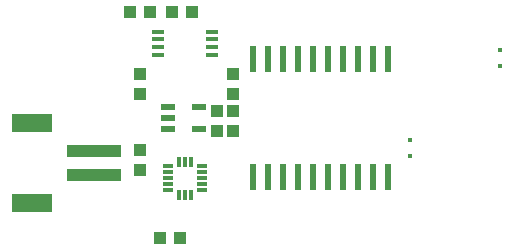
<source format=gbr>
G04 EAGLE Gerber RS-274X export*
G75*
%MOMM*%
%FSLAX34Y34*%
%LPD*%
%INSolderpaste Top*%
%IPPOS*%
%AMOC8*
5,1,8,0,0,1.08239X$1,22.5*%
G01*
%ADD10R,1.100000X0.400000*%
%ADD11R,0.952400X0.300000*%
%ADD12R,0.300000X0.850800*%
%ADD13R,4.600000X1.000000*%
%ADD14R,3.400000X1.600000*%
%ADD15R,0.600000X2.200000*%
%ADD16R,1.100000X1.000000*%
%ADD17R,1.000000X1.100000*%
%ADD18R,0.400000X0.400000*%
%ADD19R,1.200000X0.550000*%


D10*
X129900Y187550D03*
X129900Y181050D03*
X129900Y174550D03*
X129900Y168050D03*
X174900Y168050D03*
X174900Y174550D03*
X174900Y181050D03*
X174900Y187550D03*
D11*
X138138Y73500D03*
X138138Y68500D03*
X138138Y63500D03*
X138138Y58500D03*
X138138Y53500D03*
D12*
X147400Y49480D03*
X152400Y49480D03*
X157400Y49480D03*
D11*
X166662Y53500D03*
X166662Y58500D03*
X166662Y63500D03*
X166662Y68500D03*
X166662Y73500D03*
D12*
X157400Y77520D03*
X152400Y77520D03*
X147400Y77520D03*
D13*
X75100Y66200D03*
X75100Y86200D03*
D14*
X23100Y42200D03*
X23100Y110200D03*
D15*
X209550Y64300D03*
X222250Y64300D03*
X234950Y64300D03*
X247650Y64300D03*
X260350Y64300D03*
X273050Y64300D03*
X285750Y64300D03*
X298450Y64300D03*
X311150Y64300D03*
X323850Y64300D03*
X323850Y164300D03*
X311150Y164300D03*
X298450Y164300D03*
X285750Y164300D03*
X273050Y164300D03*
X260350Y164300D03*
X247650Y164300D03*
X234950Y164300D03*
X222250Y164300D03*
X209550Y164300D03*
D16*
X141360Y204470D03*
X158360Y204470D03*
D17*
X114300Y87240D03*
X114300Y70240D03*
D18*
X419100Y172100D03*
X419100Y158100D03*
X342900Y95900D03*
X342900Y81900D03*
D19*
X138129Y123800D03*
X138129Y114300D03*
X138129Y104800D03*
X164131Y104800D03*
X164131Y123800D03*
D16*
X122800Y204470D03*
X105800Y204470D03*
D17*
X114300Y152010D03*
X114300Y135010D03*
X179070Y120260D03*
X179070Y103260D03*
X193040Y120260D03*
X193040Y103260D03*
X193040Y135010D03*
X193040Y152010D03*
D16*
X131200Y12700D03*
X148200Y12700D03*
M02*

</source>
